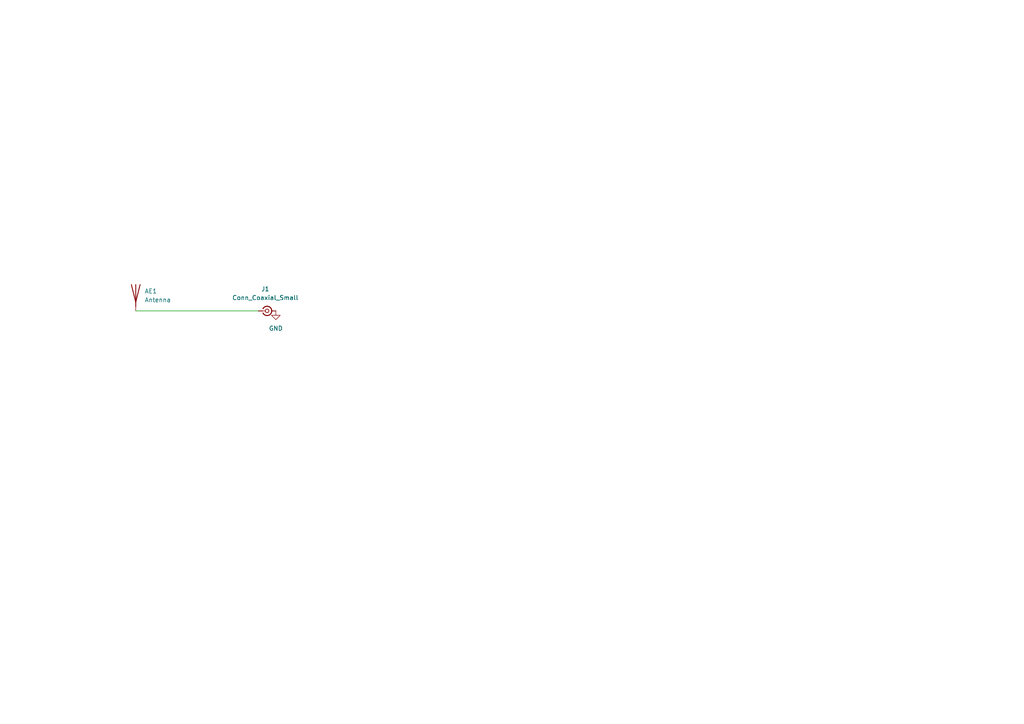
<source format=kicad_sch>
(kicad_sch (version 20231120) (generator "eeschema") (generator_version "8.0")
  (paper "A4")
  (lib_symbols
    (symbol "Connector:Conn_Coaxial_Small" (pin_numbers hide) (pin_names (offset 1.016) hide)
      (property "Reference" "J" (at 0.254 3.048 0))
      (property "Value" "Conn_Coaxial_Small" (at 0 -3.81 0))
      (symbol "Conn_Coaxial_Small_0_1"
        (polyline (pts (xy -2.54 0) (xy -0.508 0)))
        (circle (center 0 0) (radius 0.508) (stroke (width 0.2032)))
      )
      (symbol "Conn_Coaxial_Small_1_1"
        (arc (start -1.1916 -0.6311) (mid 0.327 -1.3081) (end 1.3484 0.0039) (stroke (width 0.3048)))
        (arc (start 1.3484 -0.0039) (mid 0.327 1.3081) (end -1.1916 0.6311) (stroke (width 0.3048)))
        (pin passive line (at -2.54 0 0) (length 1.27) (name "In") (number "1"))
        (pin passive line (at 2.54 0 180) (length 1.27) (name "Ext") (number "2"))
      )
    )
    (symbol "Device:Antenna" (pin_numbers hide) (pin_names (offset 1.016) hide)
      (property "Reference" "AE" (at -1.905 1.905 0))
      (property "Value" "Antenna" (at -1.905 0 0))
      (symbol "Antenna_0_1"
        (polyline (pts (xy 0 2.54) (xy 0 -3.81)) (stroke (width 0.254)))
        (polyline (pts (xy 1.27 2.54) (xy 0 -2.54) (xy -1.27 2.54)) (stroke (width 0.254)))
      )
      (symbol "Antenna_1_1"
        (pin input line (at 0 -5.08 90) (length 2.54) (name "A") (number "1"))
      )
    )
    (symbol "power:GND" (power) (pin_numbers hide) (pin_names (offset 0) hide)
      (property "Value" "GND" (at 0 -3.81 0))
      (symbol "GND_0_1"
        (polyline (pts (xy 0 0) (xy 0 -1.27) (xy 1.27 -1.27) (xy 0 -2.54) (xy -1.27 -1.27) (xy 0 -1.27)))
      )
      (symbol "GND_1_1"
        (pin power_in line (at 0 0 270) (length 0) (name "~") (number "1"))
      )
    )
  )
  (wire (pts (xy 39.37 90.17) (xy 74.93 90.17)))
  (symbol (lib_id "power:GND") (at 80.01 90.17 0) (unit 1)
    (property "Reference" "#PWR01" (effects (hide yes)))
    (property "Value" "GND" (at 80.01 95.25 0))
    (property "Description" "Power symbol creates a global label with name \"GND\" , ground" (effects (hide yes)))
  )
  (symbol (lib_id "Device:Antenna") (at 39.37 85.09 0) (unit 1)
    (property "Reference" "AE1" (at 41.91 84.4549 0) (effects (justify left)))
    (property "Value" "Antenna" (at 41.91 86.9949 0) (effects (justify left)))
    (property "Footprint" "antennas:dn024" (effects (hide yes)))
    (property "Description" "Antenna" (effects (hide yes)))
  )
  (symbol (lib_id "Connector:Conn_Coaxial_Small") (at 77.47 90.17 0) (unit 1)
    (property "Reference" "J1" (at 76.9504 83.82 0))
    (property "Value" "Conn_Coaxial_Small" (at 76.9504 86.36 0))
    (property "Description" "small coaxial connector (BNC, SMA, SMB, SMC, Cinch/RCA, LEMO, ...)" (effects (hide yes)))
  )
)
</source>
